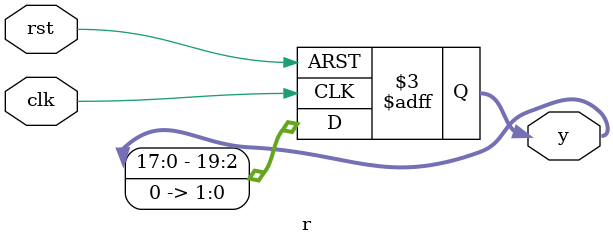
<source format=v>
module r(
    input clk, rst,
    output reg [19:0] y
);
    always @(posedge clk, posedge rst) begin
        if (rst)
            y <= 20'd1;
        else begin
            // y[19:2] <= y[17:0];
            y <= y << 2;
            y[1] <= 1'b0;
            y[0] <= 1'b0;
        end
    end
endmodule
</source>
